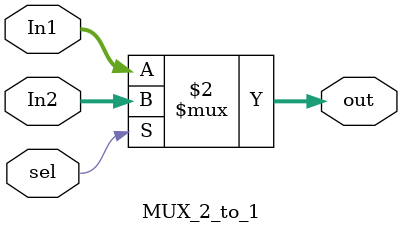
<source format=v>
module MUX_2_to_1 #(parameter WIDTH =32) (
input        wire       [WIDTH-1:0]      In1,
input        wire       [WIDTH-1:0]      In2,
input        wire                        sel,

output       wire       [WIDTH-1:0]      out
);


assign out = (sel == 1'b0) ? In1 : In2 ;

//always @(*) 
//begin
//    case (sel)
//       1'b0: out = In1;
//       1'b1: out = In2;
//    endcase
//end
endmodule
</source>
